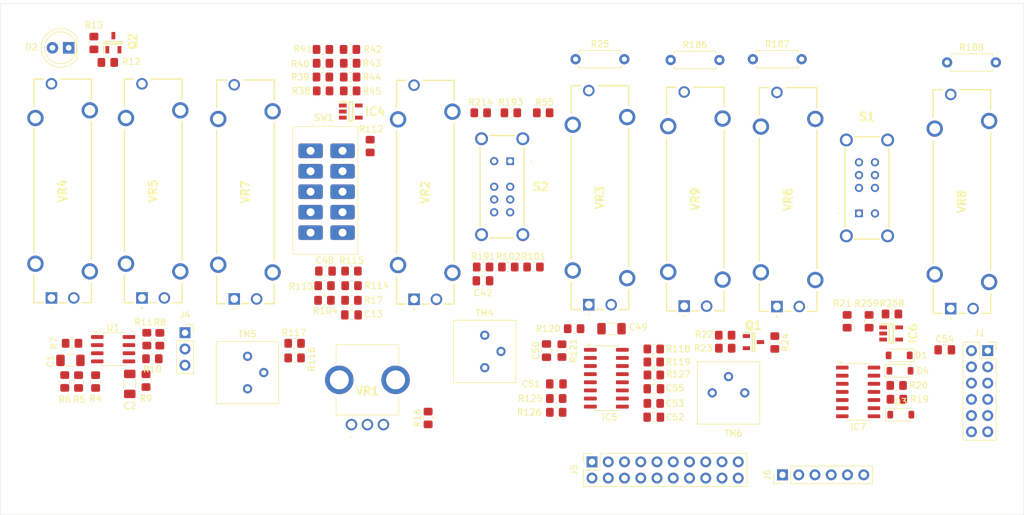
<source format=kicad_pcb>
(kicad_pcb (version 20241229) (generator "pcbnew") (generator_version "9.0")
  (layers (0 "F.Cu" signal) (2 "B.Cu" signal) (13 "F.Paste" user) (15 "B.Paste" user) (5 "F.SilkS" user "F.Silkscreen") (7 "B.SilkS" user "B.Silkscreen") (1 "F.Mask" user) (3 "B.Mask" user) (25 "Edge.Cuts" user))
  (net 0 "")
  (net 1 "+5VD")
  (net 2 "Net-(C1-Pad1)")
  (net 3 "GNDD")
  (net 4 "+12VA")
  (net 5 "GNDA")
  (net 6 "-12VA")
  (net 7 "Net-(Q2-C)")
  (net 8 "Net-(U1A-+)")
  (net 9 "Raw_Triangle")
  (net 10 "Net-(U1B-+)")
  (net 11 "Net-(Q2-B)")
  (net 12 "Net-(VR1-WIPER)")
  (net 15 "Vpwm")
  (net 16 "Net-(C48-Pad2)")
  (net 17 "-5VA")
  (net 18 "Net-(C51-Pad2)")
  (net 19 "Net-(C52-Pad2)")
  (net 20 "Net-(C53-Pad2)")
  (net 21 "VCOWave")
  (net 22 "Net-(C54-Pad1)")
  (net 23 "Net-(C55-Pad2)")
  (net 24 "Sub1oct")
  (net 25 "Sub2octPW")
  (net 26 "Net-(D2-K)")
  (net 27 "Sub2oct")
  (net 29 "Delay")
  (net 31 "Rate")
  (net 32 "Raw_Sine")
  (net 33 "Net-(IC4-INPUT_-)")
  (net 34 "RANGE_C")
  (net 35 "Net-(IC5-Pad14)")
  (net 36 "VP")
  (net 37 "Net-(IC5-Pad2)")
  (net 38 "Net-(IC5-Pad1)")
  (net 39 "Vtri")
  (net 40 "Vso")
  (net 41 "Net-(IC5-Pad13)")
  (net 42 "Vfci")
  (net 43 "Net-(IC5-Pad7)")
  (net 44 "+5VA")
  (net 45 "Net-(IC6-INPUT_+)")
  (net 46 "Net-(IC7A-Q)")
  (net 47 "Net-(IC7B-D)")
  (net 48 "Net-(IC7A-D)")
  (net 49 "Net-(IC7A-C)")
  (net 50 "SubVP")
  (net 51 "VPseparate")
  (net 52 "Triangle")
  (net 53 "Sine")
  (net 54 "PWM_S_LFO")
  (net 55 "LFO_Sine")
  (net 56 "CV")
  (net 57 "Env")
  (net 59 "Net-(Q1-B)")
  (net 60 "Net-(U1A--)")
  (net 61 "Net-(R11-Pad2)")
  (net 62 "Net-(U1B--)")
  (net 63 "Net-(VR1-CW)")
  (net 64 "RANGE_16")
  (net 65 "RANGE_8")
  (net 66 "RANGE_4")
  (net 67 "RANGE_2")
  (net 68 "Net-(R42-Pad2)")
  (net 69 "PWM_S_MAN")
  (net 70 "Net-(R101-Pad2)")
  (net 71 "Net-(R101-Pad1)")
  (net 72 "Net-(VR7-WIPER)")
  (net 73 "Net-(R116-Pad1)")
  (net 74 "Net-(R117-Pad2)")
  (net 75 "Net-(R118-Pad2)")
  (net 76 "Net-(VR9-WIPER)")
  (net 77 "Net-(VR6-WIPER)")
  (net 78 "Net-(VR8-WIPER)")
  (net 79 "Net-(VR2-WIPER)")
  (net 80 "PWM_S_ENV")
  (net 81 "PWMSource")
  (net 82 "Net-(VR3-WIPER)")
  (net 83 "Net-(D3-A)")
  (net 84 "Net-(D3-K)")
  (footprint "Capacitor_SMD:C_0805_2012Metric_Pad1.18x1.45mm_HandSolder" (layer "F.Cu") (at 140.716 107.696 180)
    (property "Reference" "C52" (at -3.302 0 0) (layer "F.SilkS"))
    (property "Value" "CL21C102JBCNNNC")
    (pad "1" smd roundrect (at -1.0375 0 180) (size 1.175 1.45) (layers "F.Cu" "F.Mask" "F.Paste") (roundrect_rratio 0.212766) (net 5 "GNDA"))
    (pad "2" smd roundrect (at 1.0375 0 180) (size 1.175 1.45) (layers "F.Cu" "F.Mask" "F.Paste") (roundrect_rratio 0.212766) (net 19 "Net-(C52-Pad2)"))
  )
  (footprint "Resistor_SMD:R_0805_2012Metric_Pad1.20x1.40mm_HandSolder" (layer "F.Cu") (at 53.483 102.124 90)
    (property "Reference" "R4" (at -2.651 0 180) (layer "F.SilkS"))
    (property "Value" "0805W8J0104T5E")
    (pad "1" smd roundrect (at -1 0 90) (size 1.2 1.4) (layers "F.Cu" "F.Mask" "F.Paste") (roundrect_rratio 0.208333) (net 5 "GNDA"))
    (pad "2" smd roundrect (at 1 0 90) (size 1.2 1.4) (layers "F.Cu" "F.Mask" "F.Paste") (roundrect_rratio 0.208333) (net 8 "Net-(U1A-+)"))
  )
  (footprint "Resistor_THT:R_Axial_DIN0207_L6.3mm_D2.5mm_P7.62mm_Horizontal" (layer "F.Cu") (at 186.563 52.197)
    (property "Reference" "R188" (at 3.81 -2.37 0) (layer "F.SilkS"))
    (property "Value" "1M")
    (pad "1" thru_hole circle (at 0 0) (size 1.6 1.6) (drill 0.8) (layers "*.Cu" "*.Mask") (net 78 "Net-(VR8-WIPER)"))
    (pad "2" thru_hole circle (at 7.62 0) (size 1.6 1.6) (drill 0.8) (layers "*.Cu" "*.Mask") (net 22 "Net-(C54-Pad1)"))
  )
  (footprint "Resistor_SMD:R_0805_2012Metric_Pad1.20x1.40mm_HandSolder" (layer "F.Cu") (at 93.472 89.408 180)
    (property "Reference" "R17" (at -3.429 0 0) (layer "F.SilkS"))
    (property "Value" "0805W8F1004T5E")
    (pad "1" smd roundrect (at -1 0 180) (size 1.2 1.4) (layers "F.Cu" "F.Mask" "F.Paste") (roundrect_rratio 0.208333) (net 12 "Net-(VR1-WIPER)"))
    (pad "2" smd roundrect (at 1 0 180) (size 1.2 1.4) (layers "F.Cu" "F.Mask" "F.Paste") (roundrect_rratio 0.208333) (net 42 "Vfci"))
  )
  (footprint "Resistor_SMD:R_0805_2012Metric_Pad1.20x1.40mm_HandSolder" (layer "F.Cu") (at 140.716 99.06)
    (property "Reference" "R119" (at 3.81 0 0) (layer "F.SilkS"))
    (property "Value" "0805W8F1504T5E")
    (pad "1" smd roundrect (at -1 0) (size 1.2 1.4) (layers "F.Cu" "F.Mask" "F.Paste") (roundrect_rratio 0.208333) (net 41 "Net-(IC5-Pad13)"))
    (pad "2" smd roundrect (at 1 0) (size 1.2 1.4) (layers "F.Cu" "F.Mask" "F.Paste") (roundrect_rratio 0.208333) (net 4 "+12VA"))
  )
  (footprint "Resistor_SMD:R_0805_2012Metric_Pad1.20x1.40mm_HandSolder" (layer "F.Cu") (at 125.476 106.934)
    (property "Reference" "R126" (at -4.207 0 0) (layer "F.SilkS"))
    (property "Value" "0805W8F1002T5E")
    (pad "1" smd roundrect (at -1 0) (size 1.2 1.4) (layers "F.Cu" "F.Mask" "F.Paste") (roundrect_rratio 0.208333) (net 5 "GNDA"))
    (pad "2" smd roundrect (at 1 0) (size 1.2 1.4) (layers "F.Cu" "F.Mask" "F.Paste") (roundrect_rratio 0.208333) (net 43 "Net-(IC5-Pad7)"))
  )
  (footprint "SamacSys_parts:PTA20432010CIB104" (layer "F.Cu") (at 159.967 90.384 90)
    (property "Reference" "VR6" (at 16.75 1.75 90) (layer "F.SilkS") (effects (font (size 1.27 1.27) (thickness 0.254))))
    (property "Value" "Saw 100KB" (hide yes))
    (pad "1" thru_hole rect (at 0 0 90) (size 1.8 1.8) (drill 1.2) (layers "*.Cu" "*.Mask") (net 44 "+5VA"))
    (pad "2" thru_hole circle (at 0 3.5 90) (size 1.8 1.8) (drill 1.2) (layers "*.Cu" "*.Mask") (net 77 "Net-(VR6-WIPER)"))
    (pad "3" thru_hole circle (at 33.5 0 90) (size 1.8 1.8) (drill 1.2) (layers "*.Cu" "*.Mask") (net 40 "Vso"))
    (pad "MH1" thru_hole circle (at 5.35 -2.5 90) (size 2.55 2.55) (drill 1.7) (layers "*.Cu" "*.Mask") (net 5 "GNDA"))
    (pad "MH2" thru_hole circle (at 4.15 6 90) (size 2.55 2.55) (drill 1.7) (layers "*.Cu" "*.Mask") (net 5 "GNDA"))
    (pad "MH3" thru_hole circle (at 28.15 -2.5 90) (size 2.55 2.55) (drill 1.7) (layers "*.Cu" "*.Mask") (net 5 "GNDA"))
    (pad "MH4" thru_hole circle (at 29.35 6 90) (size 2.55 2.55) (drill 1.7) (layers "*.Cu" "*.Mask") (net 5 "GNDA"))
  )
  (footprint "Resistor_SMD:R_0805_2012Metric_Pad1.20x1.40mm_HandSolder" (layer "F.Cu") (at 151.876 94.869)
    (property "Reference" "R22" (at -3.286 -0.127 0) (layer "F.SilkS"))
    (property "Value" "0805W8F1002T5E")
    (pad "1" smd roundrect (at -1 0) (size 1.2 1.4) (layers "F.Cu" "F.Mask" "F.Paste") (roundrect_rratio 0.208333) (net 36 "VP"))
    (pad "2" smd roundrect (at 1 0) (size 1.2 1.4) (layers "F.Cu" "F.Mask" "F.Paste") (roundrect_rratio 0.208333) (net 59 "Net-(Q1-B)"))
  )
  (footprint "Connector_PinSocket_2.54mm:PinSocket_2x10_P2.54mm_Vertical" (layer "F.Cu") (at 131.064 114.681 90)
    (property "Reference" "J5" (at -1.27 -2.77 90) (layer "F.SilkS"))
    (property "Value" "DigiConn")
    (pad "1" thru_hole rect (at 0 0 90) (size 1.7 1.7) (drill 1) (layers "*.Cu" "*.Mask") (net 32 "Raw_Sine"))
    (pad "2" thru_hole circle (at -2.54 0 90) (size 1.7 1.7) (drill 1) (layers "*.Cu" "*.Mask") (net 32 "Raw_Sine"))
    (pad "3" thru_hole circle (at 0 2.54 90) (size 1.7 1.7) (drill 1) (layers "*.Cu" "*.Mask") (net 9 "Raw_Triangle"))
    (pad "4" thru_hole circle (at -2.54 2.54 90) (size 1.7 1.7) (drill 1) (layers "*.Cu" "*.Mask") (net 9 "Raw_Triangle"))
    (pad "5" thru_hole circle (at 0 5.08 90) (size 1.7 1.7) (drill 1) (layers "*.Cu" "*.Mask") (net 31 "Rate"))
    (pad "6" thru_hole circle (at -2.54 5.08 90) (size 1.7 1.7) (drill 1) (layers "*.Cu" "*.Mask") (net 31 "Rate"))
    (pad "7" thru_hole circle (at 0 7.62 90) (size 1.7 1.7) (drill 1) (layers "*.Cu" "*.Mask") (net 29 "Delay"))
    (pad "8" thru_hole circle (at -2.54 7.62 90) (size 1.7 1.7) (drill 1) (layers "*.Cu" "*.Mask") (net 29 "Delay"))
    (pad "9" thru_hole circle (at 0 10.16 90) (size 1.7 1.7) (drill 1) (layers "*.Cu" "*.Mask") (net 56 "CV"))
    (pad "10" thru_hole circle (at -2.54 10.16 90) (size 1.7 1.7) (drill 1) (layers "*.Cu" "*.Mask") (net 56 "CV"))
    (pad "11" thru_hole circle (at 0 12.7 90) (size 1.7 1.7) (drill 1) (layers "*.Cu" "*.Mask") (net 57 "Env"))
    (pad "12" thru_hole circle (at -2.54 12.7 90) (size 1.7 1.7) (drill 1) (layers "*.Cu" "*.Mask") (net 57 "Env"))
    (pad "13" thru_hole circle (at 0 15.24 90) (size 1.7 1.7) (drill 1) (layers "*.Cu" "*.Mask"))
    (pad "14" thru_hole circle (at -2.54 15.24 90) (size 1.7 1.7) (drill 1) (layers "*.Cu" "*.Mask"))
    (pad "15" thru_hole circle (at 0 17.78 90) (size 1.7 1.7) (drill 1) (layers "*.Cu" "*.Mask"))
    (pad "16" thru_hole circle (at -2.54 17.78 90) (size 1.7 1.7) (drill 1) (layers "*.Cu" "*.Mask"))
    (pad "17" thru_hole circle (at 0 20.32 90) (size 1.7 1.7) (drill 1) (layers "*.Cu" "*.Mask") (net 1 "+5VD"))
    (pad "18" thru_hole circle (at -2.54 20.32 90) (size 1.7 1.7) (drill 1) (layers "*.Cu" "*.Mask") (net 1 "+5VD"))
    (pad "19" thru_hole circle (at 0 22.86 90) (size 1.7 1.7) (drill 1) (layers "*.Cu" "*.Mask") (net 3 "GNDD"))
    (pad "20" thru_hole circle (at -2.54 22.86 90) (size 1.7 1.7) (drill 1) (layers "*.Cu" "*.Mask") (net 3 "GNDD"))
  )
  (footprint "Resistor_SMD:R_0805_2012Metric_Pad1.20x1.40mm_HandSolder" (layer "F.Cu") (at 140.732 101.092)
    (property "Reference" "R127" (at 3.81 -0.127 0) (layer "F.SilkS"))
    (property "Value" "0805W8F5600T5E")
    (pad "1" smd roundrect (at -1 0) (size 1.2 1.4) (layers "F.Cu" "F.Mask" "F.Paste") (roundrect_rratio 0.208333) (net 41 "Net-(IC5-Pad13)"))
    (pad "2" smd roundrect (at 1 0) (size 1.2 1.4) (layers "F.Cu" "F.Mask" "F.Paste") (roundrect_rratio 0.208333) (net 23 "Net-(C55-Pad2)"))
  )
  (footprint "Capacitor_SMD:C_0805_2012Metric_Pad1.18x1.45mm_HandSolder" (layer "F.Cu") (at 93.472 91.694)
    (property "Reference" "C13" (at 3.429 -0.127 0) (layer "F.SilkS"))
    (property "Value" "CL21C102JBCNNNC")
    (pad "1" smd roundrect (at -1.0375 0) (size 1.175 1.45) (layers "F.Cu" "F.Mask" "F.Paste") (roundrect_rratio 0.212766) (net 5 "GNDA"))
    (pad "2" smd roundrect (at 1.0375 0) (size 1.175 1.45) (layers "F.Cu" "F.Mask" "F.Paste") (roundrect_rratio 0.212766) (net 12 "Net-(VR1-WIPER)"))
  )
  (footprint "Resistor_SMD:R_0805_2012Metric_Pad1.20x1.40mm_HandSolder" (layer "F.Cu") (at 89.265 87.122 180)
    (property "Reference" "R113" (at 3.667 -0.127 180) (layer "F.SilkS"))
    (property "Value" "0805W8F5600T5E")
    (pad "1" smd roundrect (at -1 0 180) (size 1.2 1.4) (layers "F.Cu" "F.Mask" "F.Paste") (roundrect_rratio 0.208333) (net 42 "Vfci"))
    (pad "2" smd roundrect (at 1 0 180) (size 1.2 1.4) (layers "F.Cu" "F.Mask" "F.Paste") (roundrect_rratio 0.208333) (net 16 "Net-(C48-Pad2)"))
  )
  (footprint "Resistor_SMD:R_0805_2012Metric_Pad1.20x1.40mm_HandSolder" (layer "F.Cu") (at 114.046 84.201)
    (property "Reference" "R191" (at 0 -1.65 0) (layer "F.SilkS"))
    (property "Value" "0805W8J0104T5E")
    (pad "1" smd roundrect (at -1 0) (size 1.2 1.4) (layers "F.Cu" "F.Mask" "F.Paste") (roundrect_rratio 0.208333) (net 79 "Net-(VR2-WIPER)"))
    (pad "2" smd roundrect (at 1 0) (size 1.2 1.4) (layers "F.Cu" "F.Mask" "F.Paste") (roundrect_rratio 0.208333) (net 15 "Vpwm"))
  )
  (footprint "Package_SO:SOIC-14_3.9x8.7mm_P1.27mm" (layer "F.Cu") (at 172.658 103.743)
    (property "Reference" "IC7" (at 0 5.461 0) (layer "F.SilkS"))
    (property "Value" "HEF4013BT,653")
    (pad "1" smd roundrect (at -2.475 -3.81) (size 1.95 0.6) (layers "F.Cu" "F.Mask" "F.Paste") (net 46 "Net-(IC7A-Q)"))
    (pad "2" smd roundrect (at -2.475 -2.54) (size 1.95 0.6) (layers "F.Cu" "F.Mask" "F.Paste") (net 48 "Net-(IC7A-D)"))
    (pad "3" smd roundrect (at -2.475 -1.27) (size 1.95 0.6) (layers "F.Cu" "F.Mask" "F.Paste") (net 49 "Net-(IC7A-C)"))
    (pad "4" smd roundrect (at -2.475 0) (size 1.95 0.6) (layers "F.Cu" "F.Mask" "F.Paste") (net 5 "GNDA"))
    (pad "5" smd roundrect (at -2.475 1.27) (size 1.95 0.6) (layers "F.Cu" "F.Mask" "F.Paste") (net 48 "Net-(IC7A-D)"))
    (pad "6" smd roundrect (at -2.475 2.54) (size 1.95 0.6) (layers "F.Cu" "F.Mask" "F.Paste") (net 5 "GNDA"))
    (pad "7" smd roundrect (at -2.475 3.81) (size 1.95 0.6) (layers "F.Cu" "F.Mask" "F.Paste") (net 5 "GNDA"))
    (pad "8" smd roundrect (at 2.475 3.81) (size 1.95 0.6) (layers "F.Cu" "F.Mask" "F.Paste") (net 5 "GNDA"))
    (pad "9" smd roundrect (at 2.475 2.54) (size 1.95 0.6) (layers "F.Cu" "F.Mask" "F.Paste") (net 47 "Net-(IC7B-D)"))
    (pad "10" smd roundrect (at 2.475 1.27) (size 1.95 0.6) (layers "F.Cu" "F.Mask" "F.Paste") (net 5 "GNDA"))
    (pad "11" smd roundrect (at 2.475 0) (size 1.95 0.6) (layers "F.Cu" "F.Mask" "F.Paste") (net 84 "Net-(D3-K)"))
    (pad "12" smd roundrect (at 2.475 -1.27) (size 1.95 0.6) (layers "F.Cu" "F.Mask" "F.Paste") (net 47 "Net-(IC7B-D)"))
    (pad "13" smd roundrect (at 2.475 -2.54) (size 1.95 0.6) (layers "F.Cu" "F.Mask" "F.Paste") (net 49 "Net-(IC7A-C)"))
    (pad "14" smd roundrect (at 2.475 -3.81) (size 1.95 0.6) (layers "F.Cu" "F.Mask" "F.Paste") (net 4 "+12VA"))
  )
  (footprint "Capacitor_SMD:C_1206_3216Metric_Pad1.33x1.80mm_HandSolder" (layer "F.Cu") (at 58.817 102.489 90)
    (property "Reference" "C2" (at -3.429 0 180) (layer "F.SilkS"))
    (property "Value" "EMK316BBJ476ML-T")
    (pad "1" smd roundrect (at -1.5625 0 90) (size 1.325 1.8) (layers "F.Cu" "F.Mask" "F.Paste") (roundrect_rratio 0.188679) (net 9 "Raw_Triangle"))
    (pad "2" smd roundrect (at 1.5625 0 90) (size 1.325 1.8) (layers "F.Cu" "F.Mask" "F.Paste") (roundrect_rratio 0.188679) (net 10 "Net-(U1B-+)"))
  )
  (footprint "Package_SO:SOP-16_3.9x9.9mm_P1.27mm" (layer "F.Cu") (at 133.31 101.6)
    (property "Reference" "IC5" (at 0.4875 6.096 0) (layer "F.SilkS"))
    (property "Value" "V3340M")
    (pad "1" smd roundrect (at -2.5 -4.445) (size 2 0.6) (layers "F.Cu" "F.Mask" "F.Paste") (net 38 "Net-(IC5-Pad1)"))
    (pad "2" smd roundrect (at -2.5 -3.175) (size 2 0.6) (layers "F.Cu" "F.Mask" "F.Paste") (net 37 "Net-(IC5-Pad2)"))
    (pad "3" smd roundrect (at -2.5 -1.905) (size 2 0.6) (layers "F.Cu" "F.Mask" "F.Paste") (net 17 "-5VA"))
    (pad "4" smd roundrect (at -2.5 -0.635) (size 2 0.6) (layers "F.Cu" "F.Mask" "F.Paste") (net 36 "VP"))
    (pad "5" smd roundrect (at -2.5 0.635) (size 2 0.6) (layers "F.Cu" "F.Mask" "F.Paste") (net 15 "Vpwm"))
    (pad "6" smd roundrect (at -2.5 1.905) (size 2 0.6) (layers "F.Cu" "F.Mask" "F.Paste") (net 18 "Net-(C51-Pad2)"))
    (pad "7" smd roundrect (at -2.5 3.175) (size 2 0.6) (layers "F.Cu" "F.Mask" "F.Paste") (net 43 "Net-(IC5-Pad7)"))
    (pad "8" smd roundrect (at -2.5 4.445) (size 2 0.6) (layers "F.Cu" "F.Mask" "F.Paste") (net 40 "Vso"))
    (pad "9" smd roundrect (at 2.5 4.445) (size 2 0.6) (layers "F.Cu" "F.Mask" "F.Paste") (net 19 "Net-(C52-Pad2)"))
    (pad "10" smd roundrect (at 2.5 3.175) (size 2 0.6) (layers "F.Cu" "F.Mask" "F.Paste") (net 39 "Vtri"))
    (pad "11" smd roundrect (at 2.5 1.905) (size 2 0.6) (layers "F.Cu" "F.Mask" "F.Paste") (net 20 "Net-(C53-Pad2)"))
    (pad "12" smd roundrect (at 2.5 0.635) (size 2 0.6) (layers "F.Cu" "F.Mask" "F.Paste") (net 5 "GNDA"))
    (pad "13" smd roundrect (at 2.5 -0.635) (size 2 0.6) (layers "F.Cu" "F.Mask" "F.Paste") (net 41 "Net-(IC5-Pad13)"))
    (pad "14" smd roundrect (at 2.5 -1.905) (size 2 0.6) (layers "F.Cu" "F.Mask" "F.Paste") (net 35 "Net-(IC5-Pad14)"))
    (pad "15" smd roundrect (at 2.5 -3.175) (size 2 0.6) (layers "F.Cu" "F.Mask" "F.Paste") (net 42 "Vfci"))
    (pad "16" smd roundrect (at 2.5 -4.445) (size 2 0.6) (layers "F.Cu" "F.Mask" "F.Paste") (net 4 "+12VA"))
  )
  (footprint "Resistor_SMD:R_0805_2012Metric_Pad1.20x1.40mm_HandSolder" (layer "F.Cu") (at 93.234 50.165 180)
    (property "Reference" "R42" (at -3.572 0 0) (layer "F.SilkS"))
    (property "Value" "0805W8F2003T5E")
    (pad "1" smd roundrect (at -1 0 180) (size 1.2 1.4) (layers "F.Cu" "F.Mask" "F.Paste") (roundrect_rratio 0.208333) (net 67 "RANGE_2"))
    (pad "2" smd roundrect (at 1 0 180) (size 1.2 1.4) (layers "F.Cu" "F.Mask" "F.Paste") (roundrect_rratio 0.208333) (net 68 "Net-(R42-Pad2)"))
  )
  (footprint "Resistor_THT:R_Axial_DIN0207_L6.3mm_D2.5mm_P7.62mm_Horizontal" (layer "F.Cu") (at 143.358 51.816)
    (property "Reference" "R186" (at 3.81 -2.37 0) (layer "F.SilkS"))
    (property "Value" "470K")
    (pad "1" thru_hole circle (at 0 0) (size 1.6 1.6) (drill 0.8) (layers "*.Cu" "*.Mask") (net 76 "Net-(VR9-WIPER)"))
    (pad "2" thru_hole circle (at 7.62 0) (size 1.6 1.6) (drill 0.8) (layers "*.Cu" "*.Mask") (net 22 "Net-(C54-Pad1)"))
  )
  (footprint "SamacSys_parts:PTA20432010CIB104" (layer "F.Cu") (at 145.477 90.323 90)
    (property "Reference" "VR9" (at 16.75 1.75 90) (layer "F.SilkS") (effects (font (size 1.27 1.27) (thickness 0.254))))
    (property "Value" "Square 10KB" (hide yes))
    (pad "1" thru_hole rect (at 0 0 90) (size 1.8 1.8) (drill 1.2) (layers "*.Cu" "*.Mask") (net 44 "+5VA"))
    (pad "2" thru_hole circle (at 0 3.5 90) (size 1.8 1.8) (drill 1.2) (layers "*.Cu" "*.Mask") (net 76 "Net-(VR9-WIPER)"))
    (pad "3" thru_hole circle (at 33.5 0 90) (size 1.8 1.8) (drill 1.2) (layers "*.Cu" "*.Mask") (net 51 "VPseparate"))
    (pad "MH1" thru_hole circle (at 5.35 -2.5 90) (size 2.55 2.55) (drill 1.7) (layers "*.Cu" "*.Mask") (net 5 "GNDA"))
    (pad "MH2" thru_hole circle (at 4.15 6 90) (size 2.55 2.55) (drill 1.7) (layers "*.Cu" "*.Mask") (net 5 "GNDA"))
    (pad "MH3" thru_hole circle (at 28.15 -2.5 90) (size 2.55 2.55) (drill 1.7) (layers "*.Cu" "*.Mask") (net 5 "GNDA"))
    (pad "MH4" thru_hole circle (at 29.35 6 90) (size 2.55 2.55) (drill 1.7) (layers "*.Cu" "*.Mask") (net 5 "GNDA"))
  )
  (footprint "Resistor_SMD:R_0805_2012Metric_Pad1.20x1.40mm_HandSolder" (layer "F.Cu") (at 93.488 87.122 180)
    (property "Reference" "R114" (at -3.921 0 180) (layer "F.SilkS"))
    (property "Value" "0805W8J0104T5E")
    (pad "1" smd roundrect (at -1 0 180) (size 1.2 1.4) (layers "F.Cu" "F.Mask" "F.Paste") (roundrect_rratio 0.208333) (net 56 "CV"))
    (pad "2" smd roundrect (at 1 0 180) (size 1.2 1.4) (layers "F.Cu" "F.Mask" "F.Paste") (roundrect_rratio 0.208333) (net 42 "Vfci"))
  )
  (footprint "Diode_SMD:D_SOD-123" (layer "F.Cu") (at 179.327 107.299)
    (property "Reference" "D3" (at 0 -2 0) (layer "F.SilkS"))
    (property "Value" "1N4148W")
    (pad "1" smd roundrect (at -1.65 0) (size 0.9 1.2) (layers "F.Cu" "F.Mask" "F.Paste") (net 84 "Net-(D3-K)"))
    (pad "2" smd roundrect (at 1.65 0) (size 0.9 1.2) (layers "F.Cu" "F.Mask" "F.Paste") (net 83 "Net-(D3-A)"))
  )
  (footprint "Resistor_SMD:R_0805_2012Metric_Pad1.20x1.40mm_HandSolder" (layer "F.Cu") (at 89.027 52.324 180)
    (property "Reference" "R40" (at 3.556 -0.127 0) (layer "F.SilkS"))
    (property "Value" "0805W8F2003T5E")
    (pad "1" smd roundrect (at -1 0 180) (size 1.2 1.4) (layers "F.Cu" "F.Mask" "F.Paste") (roundrect_rratio 0.208333) (net 65 "RANGE_8"))
    (pad "2" smd roundrect (at 1 0 180) (size 1.2 1.4) (layers "F.Cu" "F.Mask" "F.Paste") (roundrect_rratio 0.208333) (net 66 "RANGE_4"))
  )
  (footprint "Resistor_SMD:R_0805_2012Metric_Pad1.20x1.40mm_HandSolder" (layer "F.Cu") (at 151.892 96.901)
    (property "Reference" "R23" (at -3.429 0 0) (layer "F.SilkS"))
    (property "Value" "0805W8F1001T5E")
    (pad "1" smd roundrect (at -1 0) (size 1.2 1.4) (layers "F.Cu" "F.Mask" "F.Paste") (roundrect_rratio 0.208333) (net 5 "GNDA"))
    (pad "2" smd roundrect (at 1 0) (size 1.2 1.4) (layers "F.Cu" "F.Mask" "F.Paste") (roundrect_rratio 0.208333) (net 59 "Net-(Q1-B)"))
  )
  (footprint "Resistor_SMD:R_0805_2012Metric_Pad1.20x1.40mm_HandSolder" (layer "F.Cu") (at 93.472 84.836)
    (property "Reference" "R115" (at 0 -1.65 0) (layer "F.SilkS"))
    (property "Value" "0805W8F5603T5E")
    (pad "1" smd roundrect (at -1 0) (size 1.2 1.4) (layers "F.Cu" "F.Mask" "F.Paste") (roundrect_rratio 0.208333) (net 42 "Vfci"))
    (pad "2" smd roundrect (at 1 0) (size 1.2 1.4) (layers "F.Cu" "F.Mask" "F.Paste") (roundrect_rratio 0.208333) (net 44 "+5VA"))
  )
  (footprint "SamacSys_parts:MS2301L6" (layer "F.Cu") (at 172.793 75.822 90)
    (property "Reference" "S1" (at 15.116 1.2495 180) (layer "F.SilkS") (effects (font (size 1.27 1.27) (thickness 0.254))))
    (property "Value" "MS2301L6" (hide yes))
    (pad "1" thru_hole rect (at 0 0 90) (size 1.2 1.2) (drill 0.75) (layers "*.Cu" "*.Mask") (net 24 "Sub1oct"))
    (pad "2" thru_hole circle (at 6 0 90) (size 1.286 1.286) (drill 0.75) (layers "*.Cu" "*.Mask") (net 27 "Sub2oct"))
    (pad "3" thru_hole circle (at 8 0 90) (size 1.286 1.286) (drill 0.75) (layers "*.Cu" "*.Mask") (net 25 "Sub2octPW"))
    (pad "4" thru_hole circle (at 0 2.5 90) (size 1.286 1.286) (drill 0.75) (layers "*.Cu" "*.Mask") (net 24 "Sub1oct"))
    (pad "5" thru_hole circle (at 6 2.5 90) (size 1.286 1.286) (drill 0.75) (layers "*.Cu" "*.Mask") (net 27 "Sub2oct"))
    (pad "6" thru_hole circle (at 8 2.5 90) (size 1.286 1.286) (drill 0.75) (layers "*.Cu" "*.Mask") (net 25 "Sub2octPW"))
    (pad "7" thru_hole circle (at -3.51 -1.975 90) (size 2.025 2.025) (drill 1.35) (layers "*.Cu" "*.Mask") (net 5 "GNDA"))
    (pad "8" thru_hole circle (at 11.49 -1.975 90) (size 2.025 2.025) (drill 1.35) (layers "*.Cu" "*.Mask") (net 5 "GNDA"))
    (pad "9" thru_hole circle (at -3.51 4.475 90) (size 2.025 2.025) (drill 1.35) (layers "*.Cu" "*.Mask") (net 5 "GNDA"))
    (pad "10" thru_hole circle (at 11.49 4.475 90) (size 2.025 2.025) (drill 1.35) (layers "*.Cu" "*.Mask") (net 5 "GNDA"))
    (pad "C1" thru_hole circle (at 4 0 90) (size 1.286 1.286) (drill 0.75) (layers "*.Cu" "*.Mask") (net 50 "SubVP"))
    (pad "C2" thru_hole circle (at 4 2.5 90) (size 1.286 1.286) (drill 0.75) (layers "*.Cu" "*.Mask") (net 50 "SubVP"))
  )
  (footprint "SamacSys_parts:PTA20432010CIB104" (layer "F.Cu") (at 187.133 90.704 90)
    (property "Reference" "VR8" (at 16.75 1.75 90) (layer "F.SilkS") (effects (font (size 1.27 1.27) (thickness 0.254))))
    (property "Value" "SubSquare 10KB" (hide yes))
    (pad "1" thru_hole rect (at 0 0 90) (size 1.8 1.8) (drill 1.2) (layers "*.Cu" "*.Mask") (net 5 "GNDA"))
    (pad "2" thru_hole circle (at 0 3.5 90) (size 1.8 1.8) (drill 1.2) (layers "*.Cu" "*.Mask") (net 78 "Net-(VR8-WIPER)"))
    (pad "3" thru_hole circle (at 33.5 0 90) (size 1.8 1.8) (drill 1.2) (layers "*.Cu" "*.Mask") (net 50 "SubVP"))
    (pad "MH1" thru_hole circle (at 5.35 -2.5 90) (size 2.55 2.55) (drill 1.7) (layers "*.Cu" "*.Mask") (net 5 "GNDA"))
    (pad "MH2" thru_hole circle (at 4.15 6 90) (size 2.55 2.55) (drill 1.7) (layers "*.Cu" "*.Mask") (net 5 "GNDA"))
    (pad "MH3" thru_hole circle (at 28.15 -2.5 90) (size 2.55 2.55) (drill 1.7) (layers "*.Cu" "*.Mask") (net 5 "GNDA"))
    (pad "MH4" thru_hole circle (at 29.35 6 90) (size 2.55 2.55) (drill 1.7) (layers "*.Cu" "*.Mask") (net 5 "GNDA"))
  )
  (footprint "Resistor_SMD:R_0805_2012Metric_Pad1.20x1.40mm_HandSolder" (layer "F.Cu") (at 178.708 104.886 180)
    (property "Reference" "R19" (at -3.556 0 0) (layer "F.SilkS"))
    (property "Value" "0805W8F4702T5E")
    (pad "1" smd roundrect (at -1 0 180) (size 1.2 1.4) (layers "F.Cu" "F.Mask" "F.Paste") (roundrect_rratio 0.208333) (net 5 "GNDA"))
    (pad "2" smd roundrect (at 1 0 180) (size 1.2 1.4) (layers "F.Cu" "F.Mask" "F.Paste") (roundrect_rratio 0.208333) (net 84 "Net-(D3-K)"))
  )
  (footprint "Resistor_SMD:R_0805_2012Metric_Pad1.20x1.40mm_HandSolder" (layer "F.Cu") (at 89.011 54.483 180)
    (property "Reference" "R39" (at 3.556 0 0) (layer "F.SilkS"))
    (property "Value" "0805W8F2003T5E")
    (pad "1" smd roundrect (at -1 0 180) (size 1.2 1.4) (layers "F.Cu" "F.Mask" "F.Paste") (roundrect_rratio 0.208333) (net 64 "RANGE_16"))
    (pad "2" smd roundrect (at 1 0 180) (size 1.2 1.4) (layers "F.Cu" "F.Mask" "F.Paste") (roundrect_rratio 0.208333) (net 65 "RANGE_8"))
  )
  (footprint "Resistor_SMD:R_0805_2012Metric_Pad1.20x1.40mm_HandSolder" (layer "F.Cu") (at 117.983 84.201)
    (property "Reference" "R102" (at 0 -1.65 0) (layer "F.SilkS"))
    (property "Value" "0805W8J0394T5E")
    (pad "1" smd roundrect (at -1 0) (size 1.2 1.4) (layers "F.Cu" "F.Mask" "F.Paste") (roundrect_rratio 0.208333) (net 15 "Vpwm"))
    (pad "2" smd roundrect (at 1 0) (size 1.2 1.4) (layers "F.Cu" "F.Mask" "F.Paste") (roundrect_rratio 0.208333) (net 71 "Net-(R101-Pad1)"))
  )
  (footprint "Resistor_SMD:R_0805_2012Metric_Pad1.20x1.40mm_HandSolder" (layer "F.Cu") (at 55.388 52.197)
    (property "Reference" "R12" (at 3.683 -0.127 0) (layer "F.SilkS"))
    (property "Value" "0805W8J0104T5E")
    (pad "1" smd roundrect (at -1 0) (size 1.2 1.4) (layers "F.Cu" "F.Mask" "F.Paste") (roundrect_rratio 0.208333) (net 52 "Triangle"))
    (pad "2" smd roundrect (at 1 0) (size 1.2 1.4) (layers "F.Cu" "F.Mask" "F.Paste") (roundrect_rratio 0.208333) (net 11 "Net-(Q2-B)"))
  )
  (footprint "Resistor_SMD:R_0805_2012Metric_Pad1.20x1.40mm_HandSolder" (layer "F.Cu") (at 89.043 56.642)
    (property "Reference" "R38" (at -3.445 0 0) (layer "F.SilkS"))
    (property "Value" "0805W8F2003T5E")
    (pad "1" smd roundrect (at -1 0) (size 1.2 1.4) (layers "F.Cu" "F.Mask" "F.Paste") (roundrect_rratio 0.208333) (net 5 "GNDA"))
    (pad "2" smd roundrect (at 1 0) (size 1.2 1.4) (layers "F.Cu" "F.Mask" "F.Paste") (roundrect_rratio 0.208333) (net 64 "RANGE_16"))
  )
  (footprint "Resistor_SMD:R_0805_2012Metric_Pad1.20x1.40mm_HandSolder" (layer "F.Cu") (at 128.27 93.853)
    (property "Reference" "R120" (at -4.064 0 0) (layer "F.SilkS"))
    (property "Value" "0805W8F2802T5E")
    (pad "1" smd roundrect (at -1 0) (size 1.2 1.4) (layers "F.Cu" "F.Mask" "F.Paste") (roundrect_rratio 0.208333) (net 17 "-5VA"))
    (pad "2" smd roundrect (at 1 0) (size 1.2 1.4) (layers "F.Cu" "F.Mask" "F.Paste") (roundrect_rratio 0.208333) (net 38 "Net-(IC5-Pad1)"))
  )
  (footprint "Resistor_THT:R_Axial_DIN0207_L6.3mm_D2.5mm_P7.62mm_Horizontal" (layer "F.Cu") (at 156.21 51.689)
    (property "Reference" "R187" (at 3.81 -2.37 0) (layer "F.SilkS"))
    (property "Value" "470K")
    (pad "1" thru_hole circle (at 0 0) (size 1.6 1.6) (drill 0.8) (layers "*.Cu" "*.Mask") (net 77 "Net-(VR6-WIPER)"))
    (pad "2" thru_hole circle (at 7.62 0) (size 1.6 1.6) (drill 0.8) (layers "*.Cu" "*.Mask") (net 22 "Net-(C54-Pad1)"))
  )
  (footprint "Connector_PinHeader_2.54mm:PinHeader_1x06_P2.54mm_Vertical" (layer "F.Cu") (at 160.8345 116.713 90)
    (property "Reference" "J6" (at 0 -2.38 90) (layer "F.SilkS"))
    (property "Value" "A_Power")
    (pad "1" thru_hole rect (at 0 0 90) (size 1.7 1.7) (drill 1) (layers "*.Cu" "*.Mask") (net 4 "+12VA"))
    (pad "2" thru_hole circle (at 0 2.54 90) (size 1.7 1.7) (drill 1) (layers "*.Cu" "*.Mask") (net 44 "+5VA"))
    (pad "3" thru_hole circle (at 0 5.08 90) (size 1.7 1.7) (drill 1) (layers "*.Cu" "*.Mask") (net 17 "-5VA"))
    (pad "4" thru_hole circle (at 0 7.62 90) (size 1.7 1.7) (drill 1) (layers "*.Cu" "*.Mask") (net 6 "-12VA"))
    (pad "5" thru_hole circle (at 0 10.16 90) (size 1.7 1.7) (drill 1) (layers "*.Cu" "*.Mask"))
    (pad "6" thru_hole circle (at 0 12.7 90) (size 1.7 1.7) (drill 1) (layers "*.Cu" "*.Mask") (net 5 "GNDA"))
  )
  (footprint "SamacSys_parts:SOT95P237X125-3N" (layer "F.Cu") (at 56.261 49.106 90)
    (property "Reference" "Q2" (at 0.211 3.048 90) (layer "F.SilkS") (effects (font (size 1.27 1.27) (thickness 0.254))))
    (property "Value" "2SC1623(RANGE:300-400)" (hide yes))
    (pad "1" smd rect (at -1.1 -0.95 180) (size 0.6 1.15) (layers "F.Cu" "F.Mask" "F.Paste") (net 11 "Net-(Q2-B)"))
    (pad "2" smd rect (at -1.1 0.95 180) (size 0.6 1.15) (layers "F.Cu" "F.Mask" "F.Paste") (net 5 "GNDA"))
    (pad "3" smd rect (at 1.1 0 180) (size 0.6 1.15) (layers "F.Cu" "F.Mask" "F.Paste") (net 7 "Net-(Q2-C)"))
  )
  (footprint "Resistor_SMD:R_0805_2012Metric_Pad1.20x1.40mm_HandSolder" (layer "F.Cu") (at 105.447 107.823 90)
    (property "Reference" "R16" (at 0 -1.65 90) (layer "F.SilkS"))
    (property "Value" "0805W8F1002T5E")
    (pad "1" smd roundrect (at -1 0 90) (size 1.2 1.4) (layers "F.Cu" "F.Mask" "F.Paste") (roundrect_rratio 0.208333) (net 63 "Net-(VR1-CW)"))
    (pad "2" smd roundrect (at 1 0 90) (size 1.2 1.4) (layers "F.Cu" "F.Mask" "F.Paste") (roundrect_rratio 0.208333) (net 44 "+5VA"))
  )
  (footprint "SamacSys_parts:MFP 240" (layer "F.Cu") (at 89.678 72.424)
    (property "Reference" "SW1" (hide yes))
    (property "Value" "MFP_240" (hide yes))
    (fp_text user "${REFERENCE}" (at -0.524 -11.591 0) (layer "F.SilkS"))
    (pad "1" thru_hole roundrect (at -2.6 -6.4) (size 3.81 2.27) (drill 1.25) (layers "*.Cu" "*.Mask") (roundrect_rratio 0.15) (net 34 "RANGE_C"))
    (pad "2" thru_hole roundrect (at -2.6 -3.2) (size 3.81 2.27) (drill 1.25) (layers "*.Cu" "*.Mask") (roundrect_rratio 0.15) (net 67 "RANGE_2"))
    (pad "3" thru_hole roundrect (at -2.6 0) (size 3.81 2.27) (drill 1.25) (layers "*.Cu" "*.Mask") (roundrect_rratio 0.15) (net 66 "RANGE_4"))
    (pad "4" thru_hole roundrect (at -2.6 3.2) (size 3.81 2.27) (drill 1.25) (layers "*.Cu" "*.Mask") (roundrect_rratio 0.15) (net 65 "RANGE_8"))
    (pad "5" thru_hole roundrect (at -2.6 6.4) (size 3.81 2.27) (drill 1.25) (layers "*.Cu" "*.Mask") (roundrect_rratio 0.15) (net 64 "RANGE_16"))
    (pad "6" thru_hole roundrect (at 2.4 6.4) (size 3.81 2.27) (drill 1.25) (layers "*.Cu" "*.Mask") (roundrect_rratio 0.15) (net 64 "RANGE_16"))
    (pad "7" thru_hole roundrect (at 2.4 3.2) (size 3.81 2.27) (drill 1.25) (layers "*.Cu" "*.Mask") (roundrect_rratio 0.15) (net 65 "RANGE_8"))
    (pad "8" thru_hole roundrect (at 2.4 0) (size 3.81 2.27) (drill 1.25) (layers "*.Cu" "*.Mask") (roundrect_rratio 0.15) (net 66 "RANGE_4"))
    (pad "9" thru_hole roundrect (at 2.4 -3.2) (size 3.81 2.27) (drill 1.25) (layers "*.Cu" "*.Mask") (roundrect_rratio 0.15) (net 67 "RANGE_2"))
    (pad "10" thru_hole roundrect (at 2.4 -6.4) (size 3.81 2.27) (drill 1.25) (layers "*.Cu" "*.Mask") (roundrect_rratio 0.15) (net 34 "RANGE_C"))
  )
  (footprint "Resistor_SMD:R_0805_2012Metric_Pad1.20x1.40mm_HandSolder" (layer "F.Cu") (at 140.716 105.537 180)
    (property "Reference" "C53" (at -3.286 0 0) (layer "F.SilkS"))
    (property "Value" "CL21C102JBCNNNC")
    (pad "1" smd roundrect (at -1 0 180) (size 1.2 1.4) (layers "F.Cu" "F.Mask" "F.Paste") (roundrect_rratio 0.208333) (net 5 "GNDA"))
    (pad "2" smd roundrect (at 1 0 180) (size 1.2 1.4) (layers "F.Cu" "F.Mask" "F.Paste") (roundrect_rratio 0.208333) (net 20 "Net-(C53-Pad2)"))
  )
  (footprint "Resistor_SMD:R_0805_2012Metric_Pad1.20x1.40mm_HandSolder" (layer "F.Cu") (at 63.516 95.504 -90)
    (property "Reference" "R8" (at -2.667 0 180) (layer "F.SilkS"))
    (property "Value" "0805W8F1000T5E")
    (pad "1" smd roundrect (at -1 0 270) (size 1.2 1.4) (layers "F.Cu" "F.Mask" "F.Paste") (roundrect_rratio 0.208333) (net 61 "Net-(R11-Pad2)"))
    (pad "2" smd roundrect (at 1 0 270) (size 1.2 1.4) (layers "F.Cu" "F.Mask" "F.Paste") (roundrect_rratio 0.208333) (net 52 "Triangle"))
  )
  (footprint "Resistor_SMD:R_0805_2012Metric_Pad1.20x1.40mm_HandSolder" (layer "F.Cu") (at 126.365 97.282 -90)
    (property "Reference" "R121" (at 0 -1.778 90) (layer "F.SilkS"))
    (property "Value" "0805W8F5601T5E")
    (pad "1" smd roundrect (at -1 0 270) (size 1.2 1.4) (layers "F.Cu" "F.Mask" "F.Paste") (roundrect_rratio 0.208333) (net 17 "-5VA"))
    (pad "2" smd roundrect (at 1 0 270) (size 1.2 1.4) (layers "F.Cu" "F.Mask" "F.Paste") (roundrect_rratio 0.208333) (net 37 "Net-(IC5-Pad2)"))
  )
  (footprint "Connector_PinSocket_2.54mm:PinSocket_2x06_P2.54mm_Vertical" (layer "F.Cu") (at 192.913 97.282)
    (property "Reference" "J1" (at -1.27 -2.77 0) (layer "F.SilkS"))
    (property "Value" "Output")
    (pad "1" thru_hole rect (at 0 0) (size 1.7 1.7) (drill 1) (layers "*.Cu" "*.Mask") (net 21 "VCOWave"))
    (pad "2" thru_hole circle (at -2.54 0) (size 1.7 1.7) (drill 1) (layers "*.Cu" "*.Mask") (net 21 "VCOWave"))
    (pad "3" thru_hole circle (at 0 2.54) (size 1.7 1.7) (drill 1) (layers "*.Cu" "*.Mask") (net 40 "Vso"))
    (pad "4" thru_hole circle (at -2.54 2.54) (size 1.7 1.7) (drill 1) (layers "*.Cu" "*.Mask") (net 40 "Vso"))
    (pad "5" thru_hole circle (at 0 5.08) (size 1.7 1.7) (drill 1) (layers "*.Cu" "*.Mask") (net 51 "VPseparate"))
    (pad "6" thru_hole circle (at -2.54 5.08) (size 1.7 1.7) (drill 1) (layers "*.Cu" "*.Mask") (net 51 "VPseparate"))
    (pad "7" thru_hole circle (at 0 7.62) (size 1.7 1.7) (drill 1) (layers "*.Cu" "*.Mask") (net 50 "SubVP"))
    (pad "8" thru_hole circle (at -2.54 7.62) (size 1.7 1.7) (drill 1) (layers "*.Cu" "*.Mask") (net 50 "SubVP"))
    (pad "9" thru_hole circle (at 0 10.16) (size 1.7 1.7) (drill 1) (layers "*.Cu" "*.Mask") (net 39 "Vtri"))
    (pad "10" thru_hole circle (at -2.54 10.16) (size 1.7 1.7) (drill 1) (layers "*.Cu" "*.Mask") (net 39 "Vtri"))
    (pad "11" thru_hole circle (at 0 12.7) (size 1.7 1.7) (drill 1) (layers "*.Cu" "*.Mask") (net 5 "GNDA"))
    (pad "12" thru_hole circle (at -2.54 12.7) (size 1.7 1.7) (drill 1) (layers "*.Cu" "*.Mask") (net 5 "GNDA"))
  )
  (footprint "Capacitor_SMD:C_0805_2012Metric_Pad1.18x1.45mm_HandSolder" (layer "F.Cu") (at 89.408 84.836)
    (property "Reference" "C48" (at -0.127 -1.651 0) (layer "F.SilkS"))
    (property "Value" "0805B103J500NT")
    (pad "1" smd roundrect (at -1.0375 0) (size 1.175 1.45) (layers "F.Cu" "F.Mask" "F.Paste") (roundrect_rratio 0.212766) (net 5 "GNDA"))
    (pad "2" smd roundrect (at 1.0375 0) (size 1.175 1.45) (layers "F.Cu" "F.Mask" "F.Paste") (roundrect_rratio 0.212766) (net 16 "Net-(C48-Pad2)"))
  )
  (footprint "Resistor_SMD:R_0805_2012Metric_Pad1.20x1.40mm_HandSolder" (layer "F.Cu") (at 49.8 96.139 180)
    (property "Reference" "R7" (at 2.794 0 90) (layer "F.SilkS"))
    (property "Value" "0805W8F1000T5E")
    (pad "1" smd roundrect (at -1 0 180) (size 1.2 1.4) (layers "F.Cu" "F.Mask" "F.Paste") (roundrect_rratio 0.208333) (net 60 "Net-(U1A--)"))
    (pad "2" smd roundrect (at 1 0 180) (size 1.2 1.4) (layers "F.Cu" "F.Mask" "F.Paste") (roundrect_rratio 0.208333) (net 53 "Sine"))
  )
  (footprint "Resistor_SMD:R_0805_2012Metric_Pad1.20x1.40mm_HandSolder" (layer "F.Cu") (at 48.657 102.108 -90)
    (property "Reference" "R6" (at 2.81 0 0) (layer "F.SilkS"))
    (property "Value" "0805W8F2002T5E")
    (pad "1" smd roundrect (at -1 0 270) (size 1.2 1.4) (layers "F.Cu" "F.Mask" "F.Paste") (roundrect_rratio 0.208333) (net 2 "Net-(C1-Pad1)"))
    (pad "2" smd roundrect (at 1 0 270) (size 1.2 1.4) (layers "F.Cu" "F.Mask" "F.Paste") (roundrect_rratio 0.208333) (net 5 "GNDA"))
  )
  (footprint "Capacitor_SMD:C_1206_3216Metric_Pad1.33x1.80mm_HandSolder" (layer "F.Cu") (at 49.546 98.806)
    (property "Reference" "C1" (at -3.175 0.127 90) (layer "F.SilkS"))
    (property "Value" "EMK316BBJ476ML-T")
    (pad "1" smd roundrect (at -1.5625 0) (size 1.325 1.8) (layers "F.Cu" "F.Mask" "F.Paste") (roundrect_rratio 0.188679) (net 2 "Net-(C1-Pad1)"))
    (pad "2" smd roundrect (at 1.5625 0) (size 1.325 1.8) (layers "F.Cu" "F.Mask" "F.Paste") (roundrect_rratio 0.188679) (net 8 "Net-(U1A-+)"))
  )
  (footprint "LED_THT:LED_D5.0mm_FlatTop" (layer "F.Cu") (at 49.276 49.911 180)
    (property "Reference" "D2" (at 5.842 0.127 0) (layer "F.SilkS"))
    (property "Value" "LED")
    (pad "1" thru_hole rect (at 0 0 180) (size 1.8 1.8) (drill 0.9) (layers "*.Cu" "*.Mask") (net 26 "Net-(D2-K)"))
    (pad "2" thru_hole circle (at 2.54 0 180) (size 1.8 1.8) (drill 0.9) (layers "*.Cu" "*.Mask") (net 4 "+12VA"))
  )
  (footprint "Resistor_SMD:R_0805_2012Metric_Pad1.20x1.40mm_HandSolder" (layer "F.Cu") (at 61.357 101.981 90)
    (property "Reference" "R9" (at -2.794 0 180) (layer "F.SilkS"))
    (property "Value" "0805W8J0104T5E")
    (pad "1" smd roundrect (at -1 0 90) (size 1.2 1.4) (layers "F.Cu" "F.Mask" "F.Paste") (roundrect_rratio 0.208333) (net 5 "GNDA"))
    (pad "2" smd roundrect (at 1 0 90) (size 1.2 1.4) (layers "F.Cu" "F.Mask" "F.Paste") (roundrect_rratio 0.208333) (net 10 "Net-(U1B-+)"))
  )
  (footprint "SamacSys_parts:PTA20432010CIB104" (layer "F.Cu") (at 60.728 89.04 90)
    (property "Reference" "VR5" (at 16.75 1.75 90) (layer "F.SilkS") (effects (font (size 1.27 1.27) (thickness 0.254))))
    (property "Value" "Delay 100KB" (hide yes))
    (pad "1" thru_hole rect (at 0 0 90) (size 1.8 1.8) (drill 1.2) (layers "*.Cu" "*.Mask") (net 3 "GNDD"))
    (pad "2" thru_hole circle (at 0 3.5 90) (size 1.8 1.8) (drill 1.2) (layers "*.Cu" "*.Mask") (net 29 "Delay"))
    (pad "3" thru_hole circle (at 33.5 0 90) (size 1.8 1.8) (drill 1.2) (layers "*.Cu" "*.Mask") (net 1 "+5VD"))
    (pad "MH1" thru_hole circle (at 5.35 -2.5 90) (size 2.55 2.55) (drill 1.7) (layers "*.Cu" "*.Mask") (net 5 "GNDA"))
    (pad "MH2" thru_hole circle (at 4.15 6 90) (size 2.55 2.55) (drill 1.7) (layers "*.Cu" "*.Mask") (net 5 "GNDA"))
    (pad "MH3" thru_hole circle (at 28.15 -2.5 90) (size 2.55 2.55) (drill 1.7) (layers "*.Cu" "*.Mask") (net 5 "GNDA"))
    (pad "MH4" thru_hole circle (at 29.35 6 90) (size 2.55 2.55) (drill 1.7) (layers "*.Cu" "*.Mask") (net 5 "GNDA"))
  )
  (footprint "Resistor_SMD:R_0805_2012Metric_Pad1.20x1.40mm_HandSolder" (layer "F.Cu") (at 123.444 60.071 180)
    (property "Reference" "R55" (at -0.227064 1.651 0) (layer "F.SilkS"))
    (property "Value" "ARG05DTC5002")
    (pad "1" smd roundrect (at -1 0 180) (size 1.2 1.4) (layers "F.Cu" "F.Mask" "F.Paste") (roundrect_rratio 0.208333) (net 69 "PWM_S_MAN"))
    (pad "2" smd roundrect (at 1 0 180) (size 1.2 1.4) (layers "F.Cu" "F.Mask" "F.Paste") (roundrect_rratio 0.208333) (net 4 "+12VA"))
  )
  (footprint "Capacitor_SMD:C_0805_2012Metric_Pad1.18x1.45mm_HandSolder" (layer "F.Cu") (at 186.2035 97.155)
    (property "Reference" "C54" (at 0 -1.68 0) (layer "F.SilkS"))
    (property "Value" "CL21A106KAYNNNE")
    (pad "1" smd roundrect (at -1.0375 0) (size 1.175 1.45) (layers "F.Cu" "F.Mask" "F.Paste") (roundrect_rratio 0.212766) (net 22 "Net-(C54-Pad1)"))
    (pad "2" smd roundrect (at 1.0375 0) (size 1.175 1.45) (layers "F.Cu" "F.Mask" "F.Paste") (roundrect_rratio 0.212766) (net 21 "VCOWave"))
  )
  (footprint "Capacitor_SMD:C_0805_2012Metric_Pad1.18x1.45mm_HandSolder" (layer "F.Cu") (at 123.952 97.282 90)
    (property "Reference" "C50" (at 0 -1.68 90) (layer "F.SilkS"))
    (property "Value" "CL21B225KAFNNNE")
    (pad "1" smd roundrect (at -1.0375 0 90) (size 1.175 1.45) (layers "F.Cu" "F.Mask" "F.Paste") (roundrect_rratio 0.212766) (net 5 "GNDA"))
    (pad "2" smd roundrect (at 1.0375 0 90) (size 1.175 1.45) (layers "F.Cu" "F.Mask" "F.Paste") (roundrect_rratio 0.212766) (net 17 "-5VA"))
  )
  (footprint "Resistor_SMD:R_0805_2012Metric_Pad1.20x1.40mm_HandSolder" (layer "F.Cu") (at 61.484 95.488 90)
    (property "Reference" "R11" (at 2.651 -0.508 180) (layer "F.SilkS"))
    (property "Value" "0805W8F1201T5E")
    (pad "1" smd roundrect (at -1 0 90) (size 1.2 1.4) (layers "F.Cu" "F.Mask" "F.Paste") (roundrect_rratio 0.208333) (net 62 "Net-(U1B--)"))
    (pad "2" smd roundrect (at 1 0 90) (size 1.2 1.4) (layers "F.Cu" "F.Mask" "F.Paste") (roundrect_rratio 0.208333) (net 61 "Net-(R11-Pad2)"))
  )
  (footprint "Resistor_SMD:R_0805_2012Metric_Pad1.20x1.40mm_HandSolder" (layer "F.Cu") (at 178.676 102.727)
    (property "Reference" "R20" (at 3.429 0 0) (layer "F.SilkS"))
    (property "Value" "0805W8F4702T5E")
    (pad "1" smd roundrect (at -1 0) (size 1.2 1.4) (layers "F.Cu" "F.Mask" "F.Paste") (roundrect_rratio 0.208333) (net 49 "Net-(IC7A-C)"))
    (pad "2" smd roundrect (at 1 0) (size 1.2 1.4) (layers "F.Cu" "F.Mask" "F.Paste") (roundrect_rratio 0.208333) (net 24 "Sub1oct"))
  )
  (footprint "Resistor_SMD:R_0805_2012Metric_Pad1.20x1.40mm_HandSolder" (layer "F.Cu") (at 89.249 89.408)
    (property "Reference" "R104" (at 0.143 1.651 0) (layer "F.SilkS"))
    (property "Value" "0805W8F2203T5E")
    (pad "1" smd roundrect (at -1 0) (size 1.2 1.4) (layers "F.Cu" "F.Mask" "F.Paste") (roundrect_rratio 0.208333) (net 72 "Net-(VR7-WIPER)"))
    (pad "2" smd roundrect (at 1 0) (size 1.2 1.4) (layers "F.Cu" "F.Mask" "F.Paste") (roundrect_rratio 0.208333) (net 42 "Vfci"))
  )
  (footprint "Potentiometer_THT:Potentiometer_Bourns_3386P_Vertical" (layer "F.Cu") (at 154.94 103.886 90)
    (property "Reference" "TM6" (at -6.35 -1.778 180) (layer "F.SilkS"))
    (property "Value" "500")
    (pad "1" thru_hole circle (at 0 0 90) (size 1.44 1.44) (drill 0.8) (layers "*.Cu" "*.Mask") (net 75 "Net-(R118-Pad2)"))
    (pad "2" thru_hole circle (at 2.54 -2.54 90) (size 1.44 1.44) (drill 0.8) (layers "*.Cu" "*.Mask") (net 75 "Net-(R118-Pad2)"))
    (pad "3" thru_hole circle (at 0 -5.08 90) (size 1.44 1.44) (drill 0.8) (layers "*.Cu" "*.Mask") (net 5 "GNDA"))
  )
  (footprint "Diode_SMD:D_SOD-123" (layer "F.Cu") (at 179.2 100.441)
    (property "Reference" "D4" (at 3.556 0 0) (layer "F.SilkS"))
    (property "Value" "1N4148W")
    (pad "1" smd roundrect (at -1.65 0) (size 0.9 1.2) (layers "F.Cu" "F.Mask" "F.Paste") (net 25 "Sub2octPW"))
    (pad "2" smd roundrect (at 1.65 0) (size 0.9 1.2) (layers "F.Cu" "F.Mask" "F.Paste") (net 24 "Sub1oct"))
  )
  (footprint "Resistor_THT:R_Axial_DIN0207_L6.3mm_D2.5mm_P7.62mm_Horizontal" (layer "F.Cu") (at 128.499 51.689)
    (property "Reference" "R25" (at 3.81 -2.37 0) (layer "F.SilkS"))
    (property "Value" "390K")
    (pad "1" thru_hole circle (at 0 0) (size 1.6 1.6) (drill 0.8) (layers "*.Cu" "*.Mask") (net 82 "Net-(VR3-WIPER)"))
    (pad "2" thru_hole circle (at 7.62 0) (size 1.6 1.6) (drill 0.8) (layers "*.Cu" "*.Mask") (net 22 "Net-(C54-Pad1)"))
  )
  (footprint "Resistor_SMD:R_0805_2012Metric_Pad1.20x1.40mm_HandSolder" (layer "F.Cu") (at 140.716 97.028)
    (property "Reference" "R118" (at 3.81 0 0) (layer "F.SilkS"))
    (property "Value" "0805W8F1801T5E")
    (pad "1" smd roundrect (at -1 0) (size 1.2 1.4) (layers "F.Cu" "F.Mask" "F.Paste") (roundrect_rratio 0.208333) (net 35 "Net-(IC5-Pad14)"))
    (pad "2" smd roundrect (at 1 0) (size 1.2 1.4) (layers "F.Cu" "F.Mask" "F.Paste") (roundrect_rratio 0.208333) (net 75 "Net-(R118-Pad2)"))
  )
  (footprint "SamacSys_parts:PTA20432010CIB104" (layer "F.Cu") (at 130.559 90.096 90)
    (property "Reference" "VR3" (at 16.75 1.75 90) (layer "F.SilkS") (effects (font (size 1.27 1.27) (thickness 0.254))))
    (property "Value" "Triangle 100KB" (hide yes))
    (pad "1" thru_hole rect (at 0 0 90) (size 1.8 1.8) (drill 1.2) (layers "*.Cu" "*.Mask") (net 5 "GNDA"))
    (pad "2" thru_hole circle (at 0 3.5 90) (size 1.8 1.8) (drill 1.2) (layers "*.Cu" "*.Mask") (net 82 "Net-(VR3-WIPER)"))
    (pad "3" thru_hole circle (at 33.5 0 90) (size 1.8 1.8) (drill 1.2) (layers "*.Cu" "*.Mask") (net 39 "Vtri"))
    (pad "MH1" thru_hole circle (at 5.35 -2.5 90) (size 2.55 2.55) (drill 1.7) (layers "*.Cu" "*.Mask") (net 5 "GNDA"))
    (pad "MH2" thru_hole circle (at 4.15 6 90) (size 2.55 2.55) (drill 1.7) (layers "*.Cu" "*.Mask") (net 5 "GNDA"))
    (pad "MH3" thru_hole circle (at 28.15 -2.5 90) (size 2.55 2.55) (drill 1.7) (layers "*.Cu" "*.Mask") (net 5 "GNDA"))
    (pad "MH4" thru_hole circle (at 29.35 6 90) (size 2.55 2.55) (drill 1.7) (layers "*.Cu" "*.Mask") (net 5 "GNDA"))
  )
  (footprint "Potentiometer_THT:Potentiometer_Bourns_3386P_Vertical" (layer "F.Cu") (at 114.3 99.949)
    (property "Reference" "TM4" (at -0.015 -8.555 0) (layer "F.SilkS"))
    (property "Value" "G43BT-B503")
    (pad "1" thru_hole circle (at 0 0) (size 1.44 1.44) (drill 0.8) (layers "*.Cu" "*.Mask") (net 4 "+12VA"))
    (pad "2" thru_hole circle (at 2.54 -2.54) (size 1.44 1.44) (drill 0.8) (layers "*.Cu" "*.Mask") (net 4 "+12VA"))
    (pad "3" thru_hole circle (at 0 -5.08) (size 1.44 1.44) (drill 0.8) (layers "*.Cu" "*.Mask") (net 70 "Net-(R101-Pad2)"))
  )
  (footprint "Resistor_SMD:R_0805_2012Metric_Pad1.20x1.40mm_HandSolder" (layer "F.Cu") (at 62.357 98.552 180)
    (property "Reference" "R10" (at 0 -1.65 0) (layer "F.SilkS"))
    (property "Value" "0805W8F1002T5E")
    (pad "1" smd roundrect (at -1 0 180) (size 1.2 1.4) (layers "F.Cu" "F.Mask" "F.Paste") (roundrect_rratio 0.208333) (net 5 "GNDA"))
    (pad "2" smd roundrect (at 1 0 180) (size 1.2 1.4) (layers "F.Cu" "F.Mask" "F.Paste") (roundrect_rratio 0.208333) (net 62 "Net-(U1B--)"))
  )
  (footprint "SamacSys_parts:PTA20432010CIB104" (layer "F.Cu") (at 46.578 89.04 90)
    (property "Reference" "VR4" (at 16.75 1.75 90) (layer "F.SilkS") (effects (font (size 1.27 1.27) (thickness 0.254))))
    (property "Value" "Rate 100KB" (hide yes))
    (pad "1" thru_hole rect (at 0 0 90) (size 1.8 1.8) (drill 1.2) (layers "*.Cu" "*.Mask") (net 3 "GNDD"))
    (pad "2" thru_hole circle (at 0 3.5 90) (size 1.8 1.8) (drill 1.2) (layers "*.Cu" "*.Mask") (net 31 "Rate"))
    (pad "3" thru_hole circle (at 33.5 0 90) (size 1.8 1.8) (drill 1.2) (layers "*.Cu" "*.Mask") (net 1 "+5VD"))
    (pad "MH1" thru_hole circle (at 5.35 -2.5 90) (size 2.55 2.55) (drill 1.7) (layers "*.Cu" "*.Mask") (net 5 "GNDA"))
    (pad "MH2" thru_hole circle (at 4.15 6 90) (size 2.55 2.55) (drill 1.7) (layers "*.Cu" "*.Mask") (net 5 "GNDA"))
    (pad "MH3" thru_hole circle (at 28.15 -2.5 90) (size 2.55 2.55) (drill 1.7) (layers "*.Cu" "*.Mask") (net 5 "GNDA"))
    (pad "MH4" thru_hole circle (at 29.35 6 90) (size 2.55 2.55) (drill 1.7) (layers "*.Cu" "*.Mask") (net 5 "GNDA"))
  )
  (footprint "Capacitor_SMD:C_0805_2012Metric_Pad1.18x1.45mm_HandSolder" (layer "F.Cu") (at 140.732 103.251 180)
    (property "Reference" "C55" (at -3.302 0.127 0) (layer "F.SilkS"))
    (property "Value" "0805B103J500NT")
    (pad "1" smd roundrect (at -1.0375 0 180) (size 1.175 1.45) (layers "F.Cu" "F.Mask" "F.Paste") (roundrect_rratio 0.212766) (net 5 "GNDA"))
    (pad "2" smd roundrect (at 1.0375 0 180) (size 1.175 1.45) (layers "F.Cu" "F.Mask" "F.Paste") (roundrect_rratio 0.212766) (net 23 "Net-(C55-Pad2)"))
  )
  (footprint "SamacSys_parts:PTA20432010CIB104" (layer "F.Cu") (at 75.147 89.194 90)
    (property "Reference" "VR7" (at 16.75 1.75 90) (layer "F.SilkS") (effects (font (size 1.27 1.27) (thickness 0.254))))
    (property "Value" "Mod 100KA" (hide yes))
    (pad "1" thru_hole rect (at 0 0 90) (size 1.8 1.8) (drill 1.2) (layers "*.Cu" "*.Mask") (net 5 "GNDA"))
    (pad "2" thru_hole circle (at 0 3.5 90) (size 1.8 1.8) (drill 1.2) (layers "*.Cu" "*.Mask") (net 72 "Net-(VR7-WIPER)"))
    (pad "3" thru_hole circle (at 33.5 0 90) (size 1.8 1.8) (drill 1.2) (layers "*.Cu" "*.Mask") (net 55 "LFO_Sine"))
    (pad "MH1" thru_hole circle (at 5.35 -2.5 90) (size 2.55 2.55) (drill 1.7) (layers "*.Cu" "*.Mask") (net 5 "GNDA"))
    (pad "MH2" thru_hole circle (at 4.15 6 90) (size 2.55 2.55) (drill 1.7) (layers "*.Cu" "*.Mask") (net 5 "GNDA"))
    (pad "MH3" thru_hole circle (at 28.15 -2.5 90) (size 2.55 2.55) (drill 1.7) (layers "*.Cu" "*.Mask") (net 5 "GNDA"))
    (pad "MH4" thru_hole circle (at 29.35 6 90) (size 2.55 2.55) (drill 1.7) (layers "*.Cu" "*.Mask") (net 5 "GNDA"))
  )
  (footprint "Resistor_SMD:R_0805_2012Metric_Pad1.20x1.40mm_HandSolder" (layer "F.Cu") (at 121.92 84.201)
    (property "Reference" "R101" (at 0 -1.65 0) (layer "F.SilkS"))
    (property "Value" "0805W8J0563T5E")
    (pad "1" smd roundrect (at -1 0) (size 1.2 1.4) (layers "F.Cu" "F.Mask" "F.Paste") (roundrect_rratio 0.208333) (net 71 "Net-(R101-Pad1)"))
    (pad "2" smd roundrect (at 1 0) (size 1.2 1.4) (layers "F.Cu" "F.Mask" "F.Paste") (roundrect_rratio 0.208333) (net 70 "Net-(R101-Pad2)"))
  )
  (footprint "Resistor_SMD:R_0805_2012Metric_Pad1.20x1.40mm_HandSolder" (layer "F.Cu") (at 118.38 60.071)
    (property "Reference" "R193" (at 0 -1.65 0) (layer "F.SilkS"))
    (property "Value" "0805W8F3302T5E")
    (pad "1" smd roundrect (at -1 0) (size 1.2 1.4) (layers "F.Cu" "F.Mask" "F.Paste") (roundrect_rratio 0.208333) (net 54 "PWM_S_LFO"))
    (pad "2" smd roundrect (at 1 0) (size 1.2 1.4) (layers "F.Cu" "F.Mask" "F.Paste") (roundrect_rratio 0.208333) (net 44 "+5VA"))
  )
  (footprint "SamacSys_parts:SOT95P282X145-5N" (layer "F.Cu") (at 93.365 59.883)
    (property "Reference" "IC4" (at 3.803 0 0) (layer "F.SilkS") (effects (font (size 1.27 1.27) (thickness 0.254))))
    (property "Value" "AS321KTR-G1" (hide yes))
    (pad "1" smd rect (at -1.25 -0.95 90) (size 0.6 1.2) (layers "F.Cu" "F.Mask" "F.Paste") (net 34 "RANGE_C"))
    (pad "2" smd rect (at -1.25 0 90) (size 0.6 1.2) (layers "F.Cu" "F.Mask" "F.Paste") (net 6 "-12VA"))
    (pad "3" smd rect (at -1.25 0.95 90) (size 0.6 1.2) (layers "F.Cu" "F.Mask" "F.Paste") (net 33 "Net-(IC4-INPUT_-)"))
    (pad "4" smd rect (at 1.25 0.95 90) (size 0.6 1.2) (layers "F.Cu" "F.Mask" "F.Paste") (net 33 "Net-(IC4-INPUT_-)"))
    (pad "5" smd rect (at 1.25 -0.95 90) (size 0.6 1.2) (layers "F.Cu" "F.Mask" "F.Paste") (net 4 "+12VA"))
  )
  (footprint "SamacSys_parts:RK09D117000B" (layer "F.Cu") (at 93.467 108.854)
    (property "Reference" "VR1" (at 2.5 -5.25 0) (layer "F.SilkS") (effects (font (size 1.27 1.27) (thickness 0.254))))
    (property "Value" "Tune 10KB" (hide yes))
    (pad "1" thru_hole circle (at 0 0) (size 1.8 1.8) (drill 1.2) (layers "*.Cu" "*.Mask") (net 5 "GNDA"))
    (pad "2" thru_hole circle (at 2.5 0) (size 1.8 1.8) (drill 1.2) (layers "*.Cu" "*.Mask") (net 12 "Net-(VR1-WIPER)"))
    (pad "3" thru_hole circle (at 5 0) (size 1.8 1.8) (drill 1.2) (layers "*.Cu" "*.Mask") (net 63 "Net-(VR1-CW)"))
    (pad "MH1" thru_hole circle (at -1.9 -7) (size 4.455 4.455) (drill 2.97) (layers "*.Cu" "*.Mask") (net 5 "GNDA"))
    (pad "MH2" thru_hole circle (at 6.9 -7) (size 4.455 4.455) (drill 2.97) (layers "*.Cu" "*.Mask") (net 5 "GNDA"))
  )
  (footprint "Resistor_SMD:R_0805_2012Metric_Pad1.20x1.40mm_HandSolder" (layer "F.Cu") (at 159.639 96.012 -90)
    (property "Reference" "R24" (at 0 -1.65 90) (layer "F.SilkS"))
    (property "Value" "0805W8F6802T5E")
    (pad "1" smd roundrect (at -1 0 270) (size 1.2 1.4) (layers "F.Cu" "F.Mask" "F.Paste") (roundrect_rratio 0.208333) (net 51 "VPseparate"))
    (pad "2" smd roundrect (at 1 0 270) (size 1.2 1.4) (layers "F.Cu" "F.Mask" "F.Paste") (roundrect_rratio 0.208333) (net 4 "+12VA"))
  )
  (footprint "Resistor_SMD:R_0805_2012Metric_Pad1.20x1.40mm_HandSolder" (layer "F.Cu") (at 93.266 52.324)
    (property "Reference" "R43" (at 3.413 0 0) (layer "F.SilkS"))
    (property "Value" "0805W8F2003T5E")
    (pad "1" smd roundrect (at -1 0) (size 1.2 1.4) (layers "F.Cu" "F.Mask" "F.Paste") (roundrect_rratio 0.208333) (net 68 "Net-(R42-Pad2)"))
    (pad "2" smd roundrect (at 1 0) (size 1.2 1.4) (layers "F.Cu" "F.Mask" "F.Paste") (roundrect_rratio 0.208333) (net 44 "+5VA"))
  )
  (footprint "SamacSys_parts:PTA20432010CIB104" (layer "F.Cu") (at 103.251 89.253 90)
    (property "Reference" "VR2" (at 16.75 1.75 90) (layer "F.SilkS") (effects (font (size 1.27 1.27) (thickness 0.254))))
    (property "Value" "PWM Duty10KB" (hide yes))
    (pad "1" thru_hole rect (at 0 0 90) (size 1.8 1.8) (drill 1.2) (layers "*.Cu" "*.Mask") (net 5 "GNDA"))
    (pad "2" thru_hole circle (at 0 3.5 90) (size 1.8 1.8) (drill 1.2) (layers "*.Cu" "*.Mask") (net 79 "Net-(VR2-WIPER)"))
    (pad "3" thru_hole circle (at 33.5 0 90) (size 1.8 1.8) (drill 1.2) (layers "*.Cu" "*.Mask") (net 81 "PWMSource"))
    (pad "MH1" thru_hole circle (at 5.35 -2.5 90) (size 2.55 2.55) (drill 1.7) (layers "*.Cu" "*.Mask") (net 5 "GNDA"))
    (pad "MH2" thru_hole circle (at 4.15 6 90) (size 2.55 2.55) (drill 1.7) (layers "*.Cu" "*.Mask") (net 5 "GNDA"))
    (pad "MH3" thru_hole circle (at 28.15 -2.5 90) (size 2.55 2.55) (drill 1.7) (layers "*.Cu" "*.Mask") (net 5 "GNDA"))
    (pad "MH4" thru_hole circle (at 29.35 6 90) (size 2.55 2.55) (drill 1.7) (layers "*.Cu" "*.Mask") (net 5 "GNDA"))
  )
  (footprint "Resistor_SMD:R_0805_2012Metric_Pad1.20x1.40mm_HandSolder" (layer "F.Cu") (at 93.266 54.483)
    (property "Reference" "R44" (at 3.413 0 0) (layer "F.SilkS"))
    (property "Value" "0805W8F2003T5E")
    (pad "1" smd roundrect (at -1 0) (size 1.2 1.4) (layers "F.Cu" "F.Mask" "F.Paste") (roundrect_rratio 0.208333) (net 68 "Net-(R42-Pad2)"))
    (pad "2" smd roundrect (at 1 0) (size 1.2 1.4) (layers "F.Cu" "F.Mask" "F.Paste") (roundrect_rratio 0.208333) (net 44 "+5VA"))
  )
  (footprint "Resistor_SMD:R_0805_2012Metric_Pad1.20x1.40mm_HandSolder" (layer "F.Cu") (at 84.582 96.139 180)
    (property "Reference" "R117" (at 0.126 1.651 0) (layer "F.SilkS"))
    (property "Value" "0805W8F2703T5E")
    (pad "1" smd roundrect (at -1 0 180) (size 1.2 1.4) (layers "F.Cu" "F.Mask" "F.Paste") (roundrect_rratio 0.208333) (net 5 "GNDA"))
    (pad "2" smd roundrect (at 1 0 180) (size 1.2 1.4) (layers "F.Cu" "F.Mask" "F.Paste") (roundrect_rratio 0.208333) (net 74 "Net-(R117-Pad2)"))
  )
  (footprint "Resistor_SMD:R_0805_2012Metric_Pad1.20x1.40mm_HandSolder" (layer "F.Cu") (at 53.213 49.149 -90)
    (property "Reference" "R13" (at -2.794 0 180) (layer "F.SilkS"))
    (property "Value" "0805W8F2201T5E")
    (pad "1" smd roundrect (at -1 0 270) (size 1.2 1.4) (layers "F.Cu" "F.Mask" "F.Paste") (roundrect_rratio 0.208333) (net 7 "Net-(Q2-C)"))
    (pad "2" smd roundrect (at 1 0 270) (size 1.2 1.4) (layers "F.Cu" "F.Mask" "F.Paste") (roundrect_rratio 0.208333) (net 26 "Net-(D2-K)"))
  )
  (footprint "Resistor_SMD:R_0805_2012Metric_Pad1.20x1.40mm_HandSolder" (layer "F.Cu") (at 125.476 104.775)
    (property "Reference" "R125" (at -4.064 0 0) (layer "F.SilkS"))
    (property "Value" "0805W8F1504T5E")
    (pad "1" smd roundrect (at -1 0) (size 1.2 1.4) (layers "F.Cu" "F.Mask" "F.Paste") (roundrect_rratio 0.208333) (net 42 "Vfci"))
    (pad "2" smd roundrect (at 1 0) (size 1.2 1.4) (layers "F.Cu" "F.Mask" "F.Paste") (roundrect_rratio 0.208333) (net 43 "Net-(IC5-Pad7)"))
  )
  (footprint "SamacSys_parts:SOT95P282X145-5N" (layer "F.Cu") (at 177.82 94.599)
    (property "Reference" "IC6" (at 3.409 0 90) (layer "F.SilkS") (effects (font (size 1.27 1.27) (thickness 0.254))))
    (property "Value" "AS321KTR-G1" (hide yes))
    (pad "1" smd rect (at -1.25 -0.95 90) (size 0.6 1.2) (layers "F.Cu" "F.Mask" "F.Paste") (net 45 "Net-(IC6-INPUT_+)"))
    (pad "2" smd rect (at -1.25 0 90) (size 0.6 1.2) (layers "F.Cu" "F.Mask" "F.Paste") (net 6 "-12VA"))
    (pad "3" smd rect (at -1.25 0.95 90) (size 0.6 1.2) (layers "F.Cu" "F.Mask" "F.Paste") (net 44 "+5VA"))
    (pad "4" smd rect (at 1.25 0.95 90) (size 0.6 1.2) (layers "F.Cu" "F.Mask" "F.Paste") (net 83 "Net-(D3-A)"))
    (pad "5" smd rect (at 1.25 -0.95 90) (size 0.6 1.2) (layers "F.Cu" "F.Mask" "F.Paste") (net 4 "+12VA"))
  )
  (footprint "Resistor_SMD:R_0805_2012Metric_Pad1.20x1.40mm_HandSolder" (layer "F.Cu") (at 113.665 60.071)
    (property "Reference" "R214" (at 0 -1.65 0) (layer "F.SilkS"))
    (property "Value" "0805W8F1002T5E")
    (pad "1" smd roundrect (at -1 0) (size 1.2 1.4) (layers "F.Cu" "F.Mask" "F.Paste") (roundrect_rratio 0.208333) (net 57 "Env"))
    (pad "2" smd roundrect (at 1 0) (size 1.2 1.4) (layers "F.Cu" "F.Mask" "F.Paste") (roundrect_rratio 0.208333) (net 80 "PWM_S_ENV"))
  )
  (footprint "Potentiometer_THT:Potentiometer_Bourns_3386P_Vertical" (layer "F.Cu") (at 77.231 103.251)
    (property "Reference" "TM5" (at -0.015 -8.555 0) (layer "F.SilkS"))
    (property "Value" "G43BT-B503")
    (pad "1" thru_hole circle (at 0 0) (size 1.44 1.44) (drill 0.8) (layers "*.Cu" "*.Mask") (net 44 "+5VA"))
    (pad "2" thru_hole circle (at 2.54 -2.54) (size 1.44 1.44) (drill 0.8) (layers "*.Cu" "*.Mask") (net 73 "Net-(R116-Pad1)"))
    (pad "3" thru_hole circle (at 0 -5.08) (size 1.44 1.44) (drill 0.8) (layers "*.Cu" "*.Mask") (net 74 "Net-(R117-Pad2)"))
  )
  (footprint "Resistor_SMD:R_0805_2012Metric_Pad1.20x1.40mm_HandSolder" (layer "F.Cu") (at 174.371 92.694 -90)
    (property "Reference" "R259" (at -2.794 0.381 180) (layer "F.SilkS"))
    (property "Value" "0805W8F3302T5E")
    (pad "1" smd roundrect (at -1 0 270) (size 1.2 1.4) (layers "F.Cu" "F.Mask" "F.Paste") (roundrect_rratio 0.208333) (net 40 "Vso"))
    (pad "2" smd roundrect (at 1 0 270) (size 1.2 1.4) (layers "F.Cu" "F.Mask" "F.Paste") (roundrect_rratio 0.208333) (net 45 "Net-(IC6-INPUT_+)"))
  )
  (footprint "Resistor_SMD:R_0805_2012Metric_Pad1.20x1.40mm_HandSolder" (layer "F.Cu") (at 170.942 92.694 90)
    (property "Reference" "R21" (at 2.794 -0.762 180) (layer "F.SilkS"))
    (property "Value" "0805W8F4702T5E")
    (pad "1" smd roundrect (at -1 0 90) (size 1.2 1.4) (layers "F.Cu" "F.Mask" "F.Paste") (roundrect_rratio 0.208333) (net 46 "Net-(IC7A-Q)"))
    (pad "2" smd roundrect (at 1 0 90) (size 1.2 1.4) (layers "F.Cu" "F.Mask" "F.Paste") (roundrect_rratio 0.208333) (net 27 "Sub2oct"))
  )
  (footprint "SamacSys_parts:MS2301L6" (layer "F.Cu") (at 118.277 67.644 -90)
    (property "Reference" "S2" (at 4 -4.786 0) (layer "F.SilkS") (effects (font (size 1.27 1.27) (thickness 0.254))))
    (property "Value" "MS2301L6" (hide yes))
    (pad "1" thru_hole rect (at 0 0 270) (size 1.2 1.2) (drill 0.75) (layers "*.Cu" "*.Mask") (net 80 "PWM_S_ENV"))
    (pad "2" thru_hole circle (at 6 0 270) (size 1.286 1.286) (drill 0.75) (layers "*.Cu" "*.Mask") (net 69 "PWM_S_MAN"))
    (pad "3" thru_hole circle (at 8 0 270) (size 1.286 1.286) (drill 0.75) (layers "*.Cu" "*.Mask") (net 54 "PWM_S_LFO"))
    (pad "4" thru_hole circle (at 0 2.5 270) (size 1.286 1.286) (drill 0.75) (layers "*.Cu" "*.Mask") (net 80 "PWM_S_ENV"))
    (pad "5" thru_hole circle (at 6 2.5 270) (size 1.286 1.286) (drill 0.75) (layers "*.Cu" "*.Mask") (net 69 "PWM_S_MAN"))
    (pad "6" thru_hole circle (at 8 2.5 270) (size 1.286 1.286) (drill 0.75) (layers "*.Cu" "*.Mask") (net 54 "PWM_S_LFO"))
    (pad "7" thru_hole circle (at -3.51 -1.975 270) (size 2.025 2.025) (drill 1.35) (layers "*.Cu" "*.Mask") (net 5 "GNDA"))
    (pad "8" thru_hole circle (at 11.49 -1.975 270) (size 2.025 2.025) (drill 1.35) (layers "*.Cu" "*.Mask") (net 5 "GNDA"))
    (pad "9" thru_hole circle (at -3.51 4.475 270) (size 2.025 2.025) (drill 1.35) (layers "*.Cu" "*.Mask") (net 5 "GNDA"))
    (pad "10" thru_hole circle (at 11.49 4.475 270) (size 2.025 2.025) (drill 1.35) (layers "*.Cu" "*.Mask") (net 5 "GNDA"))
    (pad "C1" thru_hole circle (at 4 0 270) (size 1.286 1.286) (drill 0.75) (layers "*.Cu" "*.Mask") (net 81 "PWMSource"))
    (pad "C2" thru_hole circle (at 4 2.5 270) (size 1.286 1.286) (drill 0.75) (layers "*.Cu" "*.Mask") (net 81 "PWMSource"))
  )
  (footprint "SamacSys_parts:SOT95P237X125-3N" (layer "F.Cu") (at 156.294 95.951)
    (property "Reference" "Q1" (at 0 -2.606 0) (layer "F.SilkS") (effects (font (size 1.27 1.27) (thickness 0.254))))
    (property "Value" "2SC1623(RANGE:300-400)" (hide yes))
    (pad "1" smd rect (at -1.1 -0.95 90) (size 0.6 1.15) (layers "F.Cu" "F.Mask" "F.Paste") (net 59 "Net-(Q1-B)"))
    (pad "2" smd rect (at -1.1 0.95 90) (size 0.6 1.15) (layers "F.Cu" "F.Mask" "F.Paste") (net 5 "GNDA"))
    (pad "3" smd rect (at 1.1 0 90) (size 0.6 1.15) (layers "F.Cu" "F.Mask" "F.Paste") (net 51 "VPseparate"))
  )
  (footprint "Resistor_SMD:R_0805_2012Metric_Pad1.20x1.40mm_HandSolder" (layer "F.Cu") (at 93.266 56.642)
    (property "Reference" "R45" (at 3.413 0.069 0) (layer "F.SilkS"))
    (property "Value" "0805W8F2003T5E")
    (pad "1" smd roundrect (at -1 0) (size 1.2 1.4) (layers "F.Cu" "F.Mask" "F.Paste") (roundrect_rratio 0.208333) (net 68 "Net-(R42-Pad2)"))
    (pad "2" smd roundrect (at 1 0) (size 1.2 1.4) (layers "F.Cu" "F.Mask" "F.Paste") (roundrect_rratio 0.208333) (net 44 "+5VA"))
  )
  (footprint "Resistor_SMD:R_0805_2012Metric_Pad1.20x1.40mm_HandSolder" (layer "F.Cu") (at 96.393 65.278 -90)
    (property "Reference" "R112" (at -2.667 -0.127 180) (layer "F.SilkS"))
    (property "Value" "0805W8J0104T5E")
    (pad "1" smd roundrect (at -1 0 270) (size 1.2 1.4) (layers "F.Cu" "F.Mask" "F.Paste") (roundrect_rratio 0.208333) (net 33 "Net-(IC4-INPUT_-)"))
    (pad "2" smd roundrect (at 1 0 270) (size 1.2 1.4) (layers "F.Cu" "F.Mask" "F.Paste") (roundrect_rratio 0.208333) (net 42 "Vfci"))
  )
  (footprint "Resistor_SMD:R_0805_2012Metric_Pad1.20x1.40mm_HandSolder" (layer "F.Cu") (at 89.014 50.165)
    (property "Reference" "R41" (at -3.162 -0.09 0) (layer "F.SilkS"))
    (property "Value" "0805W8F2003T5E")
    (pad "1" smd roundrect (at -1 0) (size 1.2 1.4) (layers "F.Cu" "F.Mask" "F.Paste") (roundrect_rratio 0.208333) (net 66 "RANGE_4"))
    (pad "2" smd roundrect (at 1 0) (size 1.2 1.4) (layers "F.Cu" "F.Mask" "F.Paste") (roundrect_rratio 0.208333) (net 67 "RANGE_2"))
  )
  (footprint "Connector_PinSocket_2.54mm:PinSocket_1x03_P2.54mm_Vertical" (layer "F.Cu") (at 67.453 94.488)
    (property "Reference" "J4" (at 0 -2.77 0) (layer "F.SilkS"))
    (property "Value" "Conn_01x03")
    (pad "1" thru_hole rect (at 0 0) (size 1.7 1.7) (drill 1) (layers "*.Cu" "*.Mask") (net 53 "Sine"))
    (pad "2" thru_hole circle (at 0 2.54) (size 1.7 1.7) (drill 1) (layers "*.Cu" "*.Mask") (net 52 "Triangle"))
    (pad "3" thru_hole circle (at 0 5.08) (size 1.7 1.7) (drill 1) (layers "*.Cu" "*.Mask") (net 5 "GNDA"))
  )
  (footprint "Capacitor_SMD:C_0805_2012Metric_Pad1.18x1.45mm_HandSolder" (layer "F.Cu") (at 114.0245 86.36)
    (property "Reference" "C42" (at 0 1.905 0) (layer "F.SilkS"))
    (property "Value" "0805B103J500NT")
    (pad "1" smd roundrect (at -1.0375 0) (size 1.175 1.45) (layers "F.Cu" "F.Mask" "F.Paste") (roundrect_rratio 0.212766) (net 5 "GNDA"))
    (pad "2" smd roundrect (at 1.0375 0) (size 1.175 1.45) (layers "F.Cu" "F.Mask" "F.Paste") (roundrect_rratio 0.212766) (net 15 "Vpwm"))
  )
  (footprint "Resistor_SMD:R_0805_2012Metric_Pad1.20x1.40mm_HandSolder" (layer "F.Cu") (at 84.582 98.425)
    (property "Reference" "R116" (at 2.668 0.218 90) (layer "F.SilkS"))
    (property "Value" "0805W8J0104T5E")
    (pad "1" smd roundrect (at -1 0) (size 1.2 1.4) (layers "F.Cu" "F.Mask" "F.Paste") (roundrect_rratio 0.208333) (net 73 "Net-(R116-Pad1)"))
    (pad "2" smd roundrect (at 1 0) (size 1.2 1.4) (layers "F.Cu" "F.Mask" "F.Paste") (roundrect_rratio 0.208333) (net 42 "Vfci"))
  )
  (footprint "Resistor_SMD:R_0805_2012Metric_Pad1.20x1.40mm_HandSolder" (layer "F.Cu") (at 177.943 91.551)
    (property "Reference" "R258" (at 0 -1.65 0) (layer "F.SilkS"))
    (property "Value" "0805w8f4703t5e")
    (pad "1" smd roundrect (at -1 0) (size 1.2 1.4) (layers "F.Cu" "F.Mask" "F.Paste") (roundrect_rratio 0.208333) (net 45 "Net-(IC6-INPUT_+)"))
    (pad "2" smd roundrect (at 1 0) (size 1.2 1.4) (layers "F.Cu" "F.Mask" "F.Paste") (roundrect_rratio 0.208333) (net 83 "Net-(D3-A)"))
  )
  (footprint "Capacitor_SMD:C_0805_2012Metric_Pad1.18x1.45mm_HandSolder" (layer "F.Cu") (at 125.4975 102.489)
    (property "Reference" "C51" (at -3.9585 0 0) (layer "F.SilkS"))
    (property "Value" "CL21C102JBCNNNC")
    (pad "1" smd roundrect (at -1.0375 0) (size 1.175 1.45) (layers "F.Cu" "F.Mask" "F.Paste") (roundrect_rratio 0.212766) (net 5 "GNDA"))
    (pad "2" smd roundrect (at 1.0375 0) (size 1.175 1.45) (layers "F.Cu" "F.Mask" "F.Paste") (roundrect_rratio 0.212766) (net 18 "Net-(C51-Pad2)"))
  )
  (footprint "Diode_SMD:D_SOD-123" (layer "F.Cu") (at 179.074 98.028 180)
    (property "Reference" "D1" (at -3.428 0 0) (layer "F.SilkS"))
    (property "Value" "1N4148W")
    (pad "1" smd roundrect (at -1.65 0 180) (size 0.9 1.2) (layers "F.Cu" "F.Mask" "F.Paste") (net 25 "Sub2octPW"))
    (pad "2" smd roundrect (at 1.65 0 180) (size 0.9 1.2) (layers "F.Cu" "F.Mask" "F.Paste") (net 27 "Sub2oct"))
  )
  (footprint "Capacitor_SMD:C_1206_3216Metric_Pad1.33x1.80mm_HandSolder" (layer "F.Cu") (at 134.112 93.853 180)
    (property "Reference" "C49" (at -4.191 0.254 0) (layer "F.SilkS"))
    (property "Value" "C3216X5R1E476MTJ00E")
    (pad "1" smd roundrect (at -1.5625 0 180) (size 1.325 1.8) (layers "F.Cu" "F.Mask" "F.Paste") (roundrect_rratio 0.188679) (net 4 "+12VA"))
    (pad "2" smd roundrect (at 1.5625 0 180) (size 1.325 1.8) (layers "F.Cu" "F.Mask" "F.Paste") (roundrect_rratio 0.188679) (net 5 "GNDA"))
  )
  (footprint "Resistor_SMD:R_0805_2012Metric_Pad1.20x1.40mm_HandSolder" (layer "F.Cu") (at 50.816 102.124 90)
    (property "Reference" "R5" (at -2.794 0.127 180) (layer "F.SilkS"))
    (property "Value" "0805W8F3002T5E")
    (pad "1" smd roundrect (at -1 0 90) (size 1.2 1.4) (layers "F.Cu" "F.Mask" "F.Paste") (roundrect_rratio 0.208333) (net 32 "Raw_Sine"))
    (pad "2" smd roundrect (at 1 0 90) (size 1.2 1.4) (layers "F.Cu" "F.Mask" "F.Paste") (roundrect_rratio 0.208333) (net 2 "Net-(C1-Pad1)"))
  )
  (footprint "Package_SO:SOIC-8_3.9x4.9mm_P1.27mm" (layer "F.Cu") (at 56.215 97.057)
    (property "Reference" "U1" (at 0 -3.4 0) (layer "F.SilkS"))
    (property "Value" "TJM4558CDT")
    (pad "1" smd roundrect (at -2.475 -1.905) (size 1.95 0.6) (layers "F.Cu" "F.Mask" "F.Paste") (net 60 "Net-(U1A--)"))
    (pad "2" smd roundrect (at -2.475 -0.635) (size 1.95 0.6) (layers "F.Cu" "F.Mask" "F.Paste") (net 60 "Net-(U1A--)"))
    (pad "3" smd roundrect (at -2.475 0.635) (size 1.95 0.6) (layers "F.Cu" "F.Mask" "F.Paste") (net 8 "Net-(U1A-+)"))
    (pad "4" smd roundrect (at -2.475 1.905) (size 1.95 0.6) (layers "F.Cu" "F.Mask" "F.Paste") (net 6 "-12VA"))
    (pad "5" smd roundrect (at 2.475 1.905) (size 1.95 0.6) (layers "F.Cu" "F.Mask" "F.Paste") (net 10 "Net-(U1B-+)"))
    (pad "6" smd roundrect (at 2.475 0.635) (size 1.95 0.6) (layers "F.Cu" "F.Mask" "F.Paste") (net 62 "Net-(U1B--)"))
    (pad "7" smd roundrect (at 2.475 -0.635) (size 1.95 0.6) (layers "F.Cu" "F.Mask" "F.Paste") (net 61 "Net-(R11-Pad2)"))
    (pad "8" smd roundrect (at 2.475 -1.905) (size 1.95 0.6) (layers "F.Cu" "F.Mask" "F.Paste") (net 4 "+12VA"))
  )
  (gr_rect (start 38.563 43) (end 198.563 123) (stroke (width 0.05)) (fill no) (layer "Edge.Cuts"))
)
</source>
